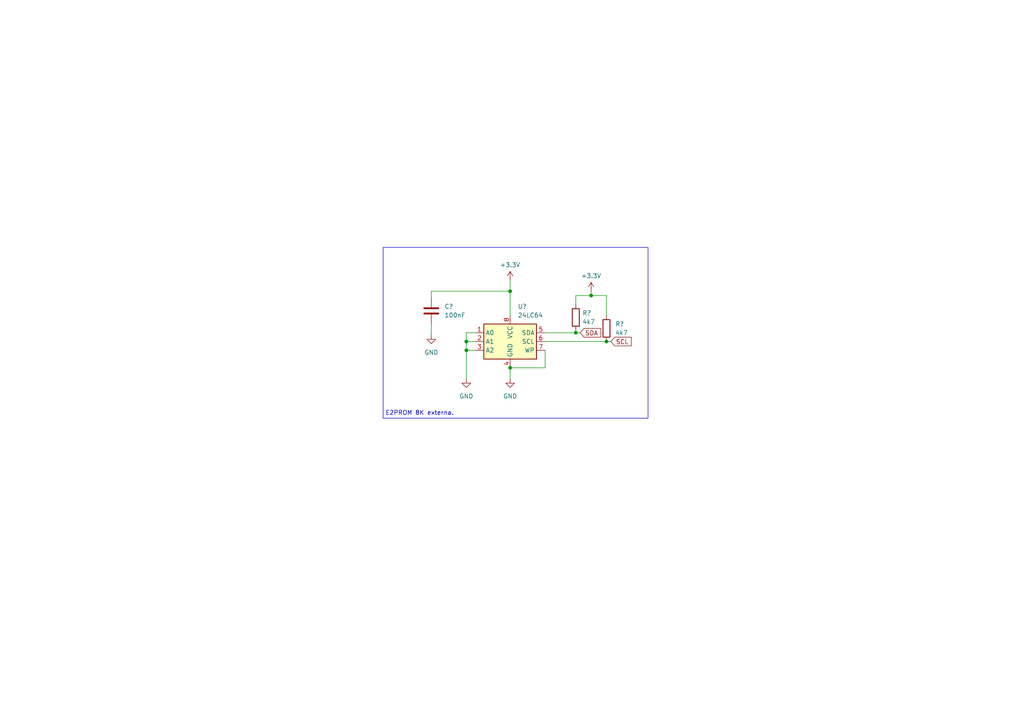
<source format=kicad_sch>
(kicad_sch (version 20230121) (generator eeschema)

  (uuid b52a582f-8449-4fc4-9129-0e95f82a6878)

  (paper "A4")

  (lib_symbols
    (symbol "Memory_EEPROM:24LC64" (in_bom yes) (on_board yes)
      (property "Reference" "U" (at -6.35 6.35 0)
        (effects (font (size 1.27 1.27)))
      )
      (property "Value" "24LC64" (at 1.27 6.35 0)
        (effects (font (size 1.27 1.27)) (justify left))
      )
      (property "Footprint" "" (at 0 0 0)
        (effects (font (size 1.27 1.27)) hide)
      )
      (property "Datasheet" "http://ww1.microchip.com/downloads/en/DeviceDoc/21189f.pdf" (at 0 0 0)
        (effects (font (size 1.27 1.27)) hide)
      )
      (property "ki_keywords" "I2C Serial EEPROM" (at 0 0 0)
        (effects (font (size 1.27 1.27)) hide)
      )
      (property "ki_description" "I2C Serial EEPROM, 64Kb, DIP-8/SOIC-8/TSSOP-8/DFN-8" (at 0 0 0)
        (effects (font (size 1.27 1.27)) hide)
      )
      (property "ki_fp_filters" "DIP*W7.62mm* SOIC*3.9x4.9mm* TSSOP*4.4x3mm*P0.65mm* DFN*3x2mm*P0.5mm*" (at 0 0 0)
        (effects (font (size 1.27 1.27)) hide)
      )
      (symbol "24LC64_1_1"
        (rectangle (start -7.62 5.08) (end 7.62 -5.08)
          (stroke (width 0.254) (type default))
          (fill (type background))
        )
        (pin input line (at -10.16 2.54 0) (length 2.54)
          (name "A0" (effects (font (size 1.27 1.27))))
          (number "1" (effects (font (size 1.27 1.27))))
        )
        (pin input line (at -10.16 0 0) (length 2.54)
          (name "A1" (effects (font (size 1.27 1.27))))
          (number "2" (effects (font (size 1.27 1.27))))
        )
        (pin input line (at -10.16 -2.54 0) (length 2.54)
          (name "A2" (effects (font (size 1.27 1.27))))
          (number "3" (effects (font (size 1.27 1.27))))
        )
        (pin power_in line (at 0 -7.62 90) (length 2.54)
          (name "GND" (effects (font (size 1.27 1.27))))
          (number "4" (effects (font (size 1.27 1.27))))
        )
        (pin bidirectional line (at 10.16 2.54 180) (length 2.54)
          (name "SDA" (effects (font (size 1.27 1.27))))
          (number "5" (effects (font (size 1.27 1.27))))
        )
        (pin input line (at 10.16 0 180) (length 2.54)
          (name "SCL" (effects (font (size 1.27 1.27))))
          (number "6" (effects (font (size 1.27 1.27))))
        )
        (pin input line (at 10.16 -2.54 180) (length 2.54)
          (name "WP" (effects (font (size 1.27 1.27))))
          (number "7" (effects (font (size 1.27 1.27))))
        )
        (pin power_in line (at 0 7.62 270) (length 2.54)
          (name "VCC" (effects (font (size 1.27 1.27))))
          (number "8" (effects (font (size 1.27 1.27))))
        )
      )
    )
    (symbol "PCM_Capacitor_AKL:C_0805" (pin_numbers hide) (pin_names (offset 0.254)) (in_bom yes) (on_board yes)
      (property "Reference" "C" (at 0.635 2.54 0)
        (effects (font (size 1.27 1.27)) (justify left))
      )
      (property "Value" "C_0805" (at 0.635 -2.54 0)
        (effects (font (size 1.27 1.27)) (justify left))
      )
      (property "Footprint" "Capacitor_SMD_AKL:C_0805_2012Metric" (at 0.9652 -3.81 0)
        (effects (font (size 1.27 1.27)) hide)
      )
      (property "Datasheet" "~" (at 0 0 0)
        (effects (font (size 1.27 1.27)) hide)
      )
      (property "ki_keywords" "cap capacitor ceramic chip mlcc smd 0805" (at 0 0 0)
        (effects (font (size 1.27 1.27)) hide)
      )
      (property "ki_description" "SMD 0805 MLCC capacitor, Alternate KiCad Library" (at 0 0 0)
        (effects (font (size 1.27 1.27)) hide)
      )
      (property "ki_fp_filters" "C_*" (at 0 0 0)
        (effects (font (size 1.27 1.27)) hide)
      )
      (symbol "C_0805_0_1"
        (polyline
          (pts
            (xy -2.032 -0.762)
            (xy 2.032 -0.762)
          )
          (stroke (width 0.508) (type default))
          (fill (type none))
        )
        (polyline
          (pts
            (xy -2.032 0.762)
            (xy 2.032 0.762)
          )
          (stroke (width 0.508) (type default))
          (fill (type none))
        )
      )
      (symbol "C_0805_1_1"
        (pin passive line (at 0 3.81 270) (length 2.794)
          (name "~" (effects (font (size 1.27 1.27))))
          (number "1" (effects (font (size 1.27 1.27))))
        )
        (pin passive line (at 0 -3.81 90) (length 2.794)
          (name "~" (effects (font (size 1.27 1.27))))
          (number "2" (effects (font (size 1.27 1.27))))
        )
      )
    )
    (symbol "PCM_Resistor_AKL:R_0805" (pin_numbers hide) (pin_names (offset 0)) (in_bom yes) (on_board yes)
      (property "Reference" "R" (at 2.54 1.27 0)
        (effects (font (size 1.27 1.27)) (justify left))
      )
      (property "Value" "R_0805" (at 2.54 -1.27 0)
        (effects (font (size 1.27 1.27)) (justify left))
      )
      (property "Footprint" "Resistor_SMD_AKL:R_0805_2012Metric" (at 0 -11.43 0)
        (effects (font (size 1.27 1.27)) hide)
      )
      (property "Datasheet" "~" (at 0 0 0)
        (effects (font (size 1.27 1.27)) hide)
      )
      (property "ki_keywords" "R res resistor eu  smd 0805" (at 0 0 0)
        (effects (font (size 1.27 1.27)) hide)
      )
      (property "ki_description" "SMD 0805 Chip Resistor, European Symbol, Alternate KiCad Library" (at 0 0 0)
        (effects (font (size 1.27 1.27)) hide)
      )
      (property "ki_fp_filters" "R_*" (at 0 0 0)
        (effects (font (size 1.27 1.27)) hide)
      )
      (symbol "R_0805_0_1"
        (rectangle (start -1.016 -2.54) (end 1.016 2.54)
          (stroke (width 0.254) (type default))
          (fill (type none))
        )
      )
      (symbol "R_0805_1_1"
        (pin passive line (at 0 3.81 270) (length 1.27)
          (name "~" (effects (font (size 1.27 1.27))))
          (number "1" (effects (font (size 1.27 1.27))))
        )
        (pin passive line (at 0 -3.81 90) (length 1.27)
          (name "~" (effects (font (size 1.27 1.27))))
          (number "2" (effects (font (size 1.27 1.27))))
        )
      )
    )
    (symbol "power:+3.3V" (power) (pin_names (offset 0)) (in_bom yes) (on_board yes)
      (property "Reference" "#PWR" (at 0 -3.81 0)
        (effects (font (size 1.27 1.27)) hide)
      )
      (property "Value" "+3.3V" (at 0 3.556 0)
        (effects (font (size 1.27 1.27)))
      )
      (property "Footprint" "" (at 0 0 0)
        (effects (font (size 1.27 1.27)) hide)
      )
      (property "Datasheet" "" (at 0 0 0)
        (effects (font (size 1.27 1.27)) hide)
      )
      (property "ki_keywords" "global power" (at 0 0 0)
        (effects (font (size 1.27 1.27)) hide)
      )
      (property "ki_description" "Power symbol creates a global label with name \"+3.3V\"" (at 0 0 0)
        (effects (font (size 1.27 1.27)) hide)
      )
      (symbol "+3.3V_0_1"
        (polyline
          (pts
            (xy -0.762 1.27)
            (xy 0 2.54)
          )
          (stroke (width 0) (type default))
          (fill (type none))
        )
        (polyline
          (pts
            (xy 0 0)
            (xy 0 2.54)
          )
          (stroke (width 0) (type default))
          (fill (type none))
        )
        (polyline
          (pts
            (xy 0 2.54)
            (xy 0.762 1.27)
          )
          (stroke (width 0) (type default))
          (fill (type none))
        )
      )
      (symbol "+3.3V_1_1"
        (pin power_in line (at 0 0 90) (length 0) hide
          (name "+3.3V" (effects (font (size 1.27 1.27))))
          (number "1" (effects (font (size 1.27 1.27))))
        )
      )
    )
    (symbol "power:GND" (power) (pin_names (offset 0)) (in_bom yes) (on_board yes)
      (property "Reference" "#PWR" (at 0 -6.35 0)
        (effects (font (size 1.27 1.27)) hide)
      )
      (property "Value" "GND" (at 0 -3.81 0)
        (effects (font (size 1.27 1.27)))
      )
      (property "Footprint" "" (at 0 0 0)
        (effects (font (size 1.27 1.27)) hide)
      )
      (property "Datasheet" "" (at 0 0 0)
        (effects (font (size 1.27 1.27)) hide)
      )
      (property "ki_keywords" "global power" (at 0 0 0)
        (effects (font (size 1.27 1.27)) hide)
      )
      (property "ki_description" "Power symbol creates a global label with name \"GND\" , ground" (at 0 0 0)
        (effects (font (size 1.27 1.27)) hide)
      )
      (symbol "GND_0_1"
        (polyline
          (pts
            (xy 0 0)
            (xy 0 -1.27)
            (xy 1.27 -1.27)
            (xy 0 -2.54)
            (xy -1.27 -1.27)
            (xy 0 -1.27)
          )
          (stroke (width 0) (type default))
          (fill (type none))
        )
      )
      (symbol "GND_1_1"
        (pin power_in line (at 0 0 270) (length 0) hide
          (name "GND" (effects (font (size 1.27 1.27))))
          (number "1" (effects (font (size 1.27 1.27))))
        )
      )
    )
  )

  (junction (at 147.955 84.455) (diameter 0) (color 0 0 0 0)
    (uuid 07fccd92-bb17-4e42-b2d8-c519e1bc2b7d)
  )
  (junction (at 175.895 99.06) (diameter 0) (color 0 0 0 0)
    (uuid 1b20add8-82ac-47c0-a3b7-8e7e046eab13)
  )
  (junction (at 147.955 106.68) (diameter 0) (color 0 0 0 0)
    (uuid 297d6757-bb6a-4a52-b1d8-ac5f0a879e6b)
  )
  (junction (at 167.005 96.52) (diameter 0) (color 0 0 0 0)
    (uuid 52c22f3e-0266-4c5c-96fc-00d0f746c8c8)
  )
  (junction (at 135.255 101.6) (diameter 0) (color 0 0 0 0)
    (uuid 88849397-4556-4761-a7ff-0d1e349e101b)
  )
  (junction (at 135.255 99.06) (diameter 0) (color 0 0 0 0)
    (uuid 99ef67b9-6bb1-42d7-a254-671b6e575ef4)
  )
  (junction (at 171.45 85.725) (diameter 0) (color 0 0 0 0)
    (uuid d4273c6b-ebdb-4346-9162-eb3824b58428)
  )

  (wire (pts (xy 175.895 99.06) (xy 177.165 99.06))
    (stroke (width 0) (type default))
    (uuid 1abe3f5d-9f5f-46ac-b171-c5cd4081da18)
  )
  (wire (pts (xy 167.005 96.52) (xy 168.275 96.52))
    (stroke (width 0) (type default))
    (uuid 2c39b490-9541-4fa9-a7a5-655b24a01d53)
  )
  (wire (pts (xy 135.255 96.52) (xy 135.255 99.06))
    (stroke (width 0) (type default))
    (uuid 2c4a3a10-9978-4a37-9022-28fe0db13f3c)
  )
  (wire (pts (xy 125.095 84.455) (xy 125.095 86.36))
    (stroke (width 0) (type default))
    (uuid 3be6c73b-c06e-4d3e-80d4-2ede09f9b60a)
  )
  (wire (pts (xy 147.955 84.455) (xy 125.095 84.455))
    (stroke (width 0) (type default))
    (uuid 40340b0d-589a-45d7-a02c-3053264e9279)
  )
  (wire (pts (xy 158.115 101.6) (xy 158.115 106.68))
    (stroke (width 0) (type default))
    (uuid 480fef35-3d68-4f58-bd5b-c2a9abc1998d)
  )
  (wire (pts (xy 147.955 81.28) (xy 147.955 84.455))
    (stroke (width 0) (type default))
    (uuid 4ee90594-133f-4b86-ad3d-dfd98f24e233)
  )
  (wire (pts (xy 158.115 106.68) (xy 147.955 106.68))
    (stroke (width 0) (type default))
    (uuid 54129b24-2254-4f75-bf92-0da6d71dede3)
  )
  (wire (pts (xy 135.255 99.06) (xy 135.255 101.6))
    (stroke (width 0) (type default))
    (uuid 56ef715d-569a-40b4-9d6e-694a8c86e91a)
  )
  (wire (pts (xy 147.955 84.455) (xy 147.955 91.44))
    (stroke (width 0) (type default))
    (uuid 596dd092-ff49-4539-a3be-0a1e0e29327f)
  )
  (wire (pts (xy 175.895 91.44) (xy 175.895 85.725))
    (stroke (width 0) (type default))
    (uuid 654e0ab9-c7f8-49b9-baf4-56361f1172c0)
  )
  (wire (pts (xy 135.255 101.6) (xy 137.795 101.6))
    (stroke (width 0) (type default))
    (uuid 72b35ed8-59cb-4a28-99d4-caad1ce857fe)
  )
  (wire (pts (xy 167.005 95.885) (xy 167.005 96.52))
    (stroke (width 0) (type default))
    (uuid 7c308308-1300-4e6a-9262-b19dd8df7117)
  )
  (wire (pts (xy 125.095 93.98) (xy 125.095 97.155))
    (stroke (width 0) (type default))
    (uuid 8da2f0a7-23d0-4206-973e-fa553a00ccef)
  )
  (wire (pts (xy 158.115 99.06) (xy 175.895 99.06))
    (stroke (width 0) (type default))
    (uuid 9b937538-a06f-4ae3-b3e7-4af4f6638016)
  )
  (wire (pts (xy 135.255 99.06) (xy 137.795 99.06))
    (stroke (width 0) (type default))
    (uuid a2331040-b986-4130-8681-30f9397d007f)
  )
  (wire (pts (xy 167.005 85.725) (xy 167.005 88.265))
    (stroke (width 0) (type default))
    (uuid a83013b2-e920-42c2-82e1-0cca673de63b)
  )
  (wire (pts (xy 137.795 96.52) (xy 135.255 96.52))
    (stroke (width 0) (type default))
    (uuid ab280c68-17e9-4f2b-b0d1-dac1c811f80f)
  )
  (wire (pts (xy 158.115 96.52) (xy 167.005 96.52))
    (stroke (width 0) (type default))
    (uuid ac34715d-261f-4750-b472-7e232cdbfc5a)
  )
  (wire (pts (xy 135.255 101.6) (xy 135.255 109.855))
    (stroke (width 0) (type default))
    (uuid b3f7d669-3ffc-424a-99c7-97a1bfe8be01)
  )
  (wire (pts (xy 171.45 84.455) (xy 171.45 85.725))
    (stroke (width 0) (type default))
    (uuid b5b63516-38de-4fbd-a44f-1fcf7ddea1b8)
  )
  (wire (pts (xy 167.005 85.725) (xy 171.45 85.725))
    (stroke (width 0) (type default))
    (uuid ba502d83-61b1-4f10-bb23-22077c0015eb)
  )
  (wire (pts (xy 147.955 106.68) (xy 147.955 109.855))
    (stroke (width 0) (type default))
    (uuid c0967e96-6d61-4986-ab6a-1f741bb9f5f4)
  )
  (wire (pts (xy 171.45 85.725) (xy 175.895 85.725))
    (stroke (width 0) (type default))
    (uuid d373fb65-0b96-427e-89c4-1ef8a6a542cc)
  )

  (rectangle (start 111.125 71.755) (end 187.96 121.285)
    (stroke (width 0) (type default))
    (fill (type none))
    (uuid 161259ec-c23f-4370-95d0-7f11c78da965)
  )

  (text "E2PROM 8K externa." (at 111.76 120.65 0)
    (effects (font (size 1.27 1.27)) (justify left bottom))
    (uuid 2d06df21-6e8b-4045-8016-1055b1fa6ae9)
  )

  (global_label "SCL" (shape input) (at 177.165 99.06 0) (fields_autoplaced)
    (effects (font (size 1.27 1.27)) (justify left))
    (uuid 5145c910-9578-403b-bb01-becdbe646cf2)
    (property "Intersheetrefs" "${INTERSHEET_REFS}" (at 183.6578 99.06 0)
      (effects (font (size 1.27 1.27)) (justify left) hide)
    )
  )
  (global_label "SDA" (shape input) (at 168.275 96.52 0) (fields_autoplaced)
    (effects (font (size 1.27 1.27)) (justify left))
    (uuid 7ca9802a-3bfa-4410-a0d3-fa36a3783c30)
    (property "Intersheetrefs" "${INTERSHEET_REFS}" (at 174.8283 96.52 0)
      (effects (font (size 1.27 1.27)) (justify left) hide)
    )
  )

  (symbol (lib_id "power:+3.3V") (at 171.45 84.455 0) (unit 1)
    (in_bom yes) (on_board yes) (dnp no) (fields_autoplaced)
    (uuid 31e8714a-c84b-497c-92e5-14791ad01894)
    (property "Reference" "#PWR?" (at 171.45 88.265 0)
      (effects (font (size 1.27 1.27)) hide)
    )
    (property "Value" "+3.3V" (at 171.45 80.01 0)
      (effects (font (size 1.27 1.27)))
    )
    (property "Footprint" "" (at 171.45 84.455 0)
      (effects (font (size 1.27 1.27)) hide)
    )
    (property "Datasheet" "" (at 171.45 84.455 0)
      (effects (font (size 1.27 1.27)) hide)
    )
    (pin "1" (uuid 4c00560f-9d5c-45e6-be91-b2b25ce1415a))
    (instances
      (project "CPU Stm32"
        (path "/0882ad57-6d26-4cfc-9dea-dd977232d729"
          (reference "#PWR?") (unit 1)
        )
        (path "/0882ad57-6d26-4cfc-9dea-dd977232d729/0597d64a-05e7-4109-81f0-978aa3e72d76"
          (reference "#PWR?") (unit 1)
        )
      )
      (project "CPU Stm32G431"
        (path "/4e4d72d5-dbdc-4a76-9ce2-f5a97f8267d2/0597d64a-05e7-4109-81f0-978aa3e72d76"
          (reference "#PWR025") (unit 1)
        )
      )
      (project "iSTF"
        (path "/79723a73-3554-4e03-b4e9-c3853a47663c/3718d74d-6fb2-43ce-9235-4ae9089da8aa"
          (reference "#PWR029") (unit 1)
        )
      )
      (project "E2P"
        (path "/d943081e-c457-4ec0-aa9a-e986d2a39b29"
          (reference "#PWR?") (unit 1)
        )
      )
    )
  )

  (symbol (lib_id "PCM_Resistor_AKL:R_0805") (at 167.005 92.075 180) (unit 1)
    (in_bom yes) (on_board yes) (dnp no) (fields_autoplaced)
    (uuid 387b382a-1b6a-4076-800d-8b23453dc843)
    (property "Reference" "R?" (at 168.91 90.805 0)
      (effects (font (size 1.27 1.27)) (justify right))
    )
    (property "Value" "4k7" (at 168.91 93.345 0)
      (effects (font (size 1.27 1.27)) (justify right))
    )
    (property "Footprint" "Resistor_SMD:R_0805_2012Metric_Pad1.20x1.40mm_HandSolder" (at 167.005 80.645 0)
      (effects (font (size 1.27 1.27)) hide)
    )
    (property "Datasheet" "~" (at 167.005 92.075 0)
      (effects (font (size 1.27 1.27)) hide)
    )
    (pin "1" (uuid 8ed18acf-d434-43e2-8d1b-d0cae939b9c3))
    (pin "2" (uuid d7e6a839-f64f-4b46-888b-a5b6e3b4e776))
    (instances
      (project "CPU Stm32"
        (path "/0882ad57-6d26-4cfc-9dea-dd977232d729"
          (reference "R?") (unit 1)
        )
        (path "/0882ad57-6d26-4cfc-9dea-dd977232d729/0597d64a-05e7-4109-81f0-978aa3e72d76"
          (reference "R?") (unit 1)
        )
      )
      (project "CPU Stm32G431"
        (path "/4e4d72d5-dbdc-4a76-9ce2-f5a97f8267d2/0597d64a-05e7-4109-81f0-978aa3e72d76"
          (reference "R4") (unit 1)
        )
      )
      (project "iSTF"
        (path "/79723a73-3554-4e03-b4e9-c3853a47663c/3718d74d-6fb2-43ce-9235-4ae9089da8aa"
          (reference "R12") (unit 1)
        )
      )
      (project "E2P"
        (path "/d943081e-c457-4ec0-aa9a-e986d2a39b29"
          (reference "R?") (unit 1)
        )
      )
    )
  )

  (symbol (lib_id "power:GND") (at 135.255 109.855 0) (unit 1)
    (in_bom yes) (on_board yes) (dnp no) (fields_autoplaced)
    (uuid 6dde89b5-435e-44ac-8276-9c23b2c9c46f)
    (property "Reference" "#PWR?" (at 135.255 116.205 0)
      (effects (font (size 1.27 1.27)) hide)
    )
    (property "Value" "GND" (at 135.255 114.935 0)
      (effects (font (size 1.27 1.27)))
    )
    (property "Footprint" "" (at 135.255 109.855 0)
      (effects (font (size 1.27 1.27)) hide)
    )
    (property "Datasheet" "" (at 135.255 109.855 0)
      (effects (font (size 1.27 1.27)) hide)
    )
    (pin "1" (uuid 123ad917-f626-4d1b-bf23-cc5d38047825))
    (instances
      (project "CPU Stm32"
        (path "/0882ad57-6d26-4cfc-9dea-dd977232d729"
          (reference "#PWR?") (unit 1)
        )
        (path "/0882ad57-6d26-4cfc-9dea-dd977232d729/0597d64a-05e7-4109-81f0-978aa3e72d76"
          (reference "#PWR?") (unit 1)
        )
      )
      (project "CPU Stm32G431"
        (path "/4e4d72d5-dbdc-4a76-9ce2-f5a97f8267d2/0597d64a-05e7-4109-81f0-978aa3e72d76"
          (reference "#PWR022") (unit 1)
        )
      )
      (project "iSTF"
        (path "/79723a73-3554-4e03-b4e9-c3853a47663c/3718d74d-6fb2-43ce-9235-4ae9089da8aa"
          (reference "#PWR026") (unit 1)
        )
      )
      (project "E2P"
        (path "/d943081e-c457-4ec0-aa9a-e986d2a39b29"
          (reference "#PWR?") (unit 1)
        )
      )
    )
  )

  (symbol (lib_id "power:+3.3V") (at 147.955 81.28 0) (unit 1)
    (in_bom yes) (on_board yes) (dnp no) (fields_autoplaced)
    (uuid 7170edae-109f-443e-ac54-fe01380dffce)
    (property "Reference" "#PWR?" (at 147.955 85.09 0)
      (effects (font (size 1.27 1.27)) hide)
    )
    (property "Value" "+3.3V" (at 147.955 76.835 0)
      (effects (font (size 1.27 1.27)))
    )
    (property "Footprint" "" (at 147.955 81.28 0)
      (effects (font (size 1.27 1.27)) hide)
    )
    (property "Datasheet" "" (at 147.955 81.28 0)
      (effects (font (size 1.27 1.27)) hide)
    )
    (pin "1" (uuid 6d7c95d7-28d1-45ab-a258-83e9cb2f48e1))
    (instances
      (project "CPU Stm32"
        (path "/0882ad57-6d26-4cfc-9dea-dd977232d729"
          (reference "#PWR?") (unit 1)
        )
        (path "/0882ad57-6d26-4cfc-9dea-dd977232d729/0597d64a-05e7-4109-81f0-978aa3e72d76"
          (reference "#PWR?") (unit 1)
        )
      )
      (project "CPU Stm32G431"
        (path "/4e4d72d5-dbdc-4a76-9ce2-f5a97f8267d2/0597d64a-05e7-4109-81f0-978aa3e72d76"
          (reference "#PWR023") (unit 1)
        )
      )
      (project "iSTF"
        (path "/79723a73-3554-4e03-b4e9-c3853a47663c/3718d74d-6fb2-43ce-9235-4ae9089da8aa"
          (reference "#PWR027") (unit 1)
        )
      )
      (project "E2P"
        (path "/d943081e-c457-4ec0-aa9a-e986d2a39b29"
          (reference "#PWR?") (unit 1)
        )
      )
    )
  )

  (symbol (lib_id "Memory_EEPROM:24LC64") (at 147.955 99.06 0) (unit 1)
    (in_bom yes) (on_board yes) (dnp no)
    (uuid 8daa5e46-58c8-4328-87f1-d603c377c7eb)
    (property "Reference" "U?" (at 150.1491 88.9 0)
      (effects (font (size 1.27 1.27)) (justify left))
    )
    (property "Value" "24LC64" (at 150.1491 91.44 0)
      (effects (font (size 1.27 1.27)) (justify left))
    )
    (property "Footprint" "Package_SO:SOIC-8_3.9x4.9mm_P1.27mm" (at 147.955 99.06 0)
      (effects (font (size 1.27 1.27)) hide)
    )
    (property "Datasheet" "http://ww1.microchip.com/downloads/en/DeviceDoc/21189f.pdf" (at 147.955 99.06 0)
      (effects (font (size 1.27 1.27)) hide)
    )
    (pin "1" (uuid 8bbd8350-48dd-4d63-893e-d02c25180255))
    (pin "2" (uuid 8ee41de5-79fe-4a31-bbed-f4e8f1ae96f0))
    (pin "3" (uuid e9d90f12-8496-4059-b3c0-14ee37cf43cb))
    (pin "4" (uuid 903bd2f9-fb5b-4c22-b431-6159b24de89a))
    (pin "5" (uuid a11d3d4e-c5e4-4901-acaa-dafd68f921f3))
    (pin "6" (uuid 0ea2ffd5-5e25-46bb-b571-74c44c9849b6))
    (pin "7" (uuid e57b7b22-34b2-4e40-9605-55d6bca697d9))
    (pin "8" (uuid 7c14375b-97fd-4021-8ce7-41c26e0f02f7))
    (instances
      (project "CPU Stm32"
        (path "/0882ad57-6d26-4cfc-9dea-dd977232d729"
          (reference "U?") (unit 1)
        )
        (path "/0882ad57-6d26-4cfc-9dea-dd977232d729/0597d64a-05e7-4109-81f0-978aa3e72d76"
          (reference "U?") (unit 1)
        )
      )
      (project "CPU Stm32G431"
        (path "/4e4d72d5-dbdc-4a76-9ce2-f5a97f8267d2/0597d64a-05e7-4109-81f0-978aa3e72d76"
          (reference "U3") (unit 1)
        )
      )
      (project "iSTF"
        (path "/79723a73-3554-4e03-b4e9-c3853a47663c/3718d74d-6fb2-43ce-9235-4ae9089da8aa"
          (reference "U1") (unit 1)
        )
      )
      (project "E2P"
        (path "/d943081e-c457-4ec0-aa9a-e986d2a39b29"
          (reference "U?") (unit 1)
        )
      )
    )
  )

  (symbol (lib_id "power:GND") (at 125.095 97.155 0) (unit 1)
    (in_bom yes) (on_board yes) (dnp no) (fields_autoplaced)
    (uuid ad35cbb5-3747-4264-8e51-0feb5a545039)
    (property "Reference" "#PWR?" (at 125.095 103.505 0)
      (effects (font (size 1.27 1.27)) hide)
    )
    (property "Value" "GND" (at 125.095 102.235 0)
      (effects (font (size 1.27 1.27)))
    )
    (property "Footprint" "" (at 125.095 97.155 0)
      (effects (font (size 1.27 1.27)) hide)
    )
    (property "Datasheet" "" (at 125.095 97.155 0)
      (effects (font (size 1.27 1.27)) hide)
    )
    (pin "1" (uuid f6b52943-d761-4b14-8899-c69524f21f40))
    (instances
      (project "CPU Stm32"
        (path "/0882ad57-6d26-4cfc-9dea-dd977232d729"
          (reference "#PWR?") (unit 1)
        )
        (path "/0882ad57-6d26-4cfc-9dea-dd977232d729/0597d64a-05e7-4109-81f0-978aa3e72d76"
          (reference "#PWR?") (unit 1)
        )
      )
      (project "CPU Stm32G431"
        (path "/4e4d72d5-dbdc-4a76-9ce2-f5a97f8267d2/0597d64a-05e7-4109-81f0-978aa3e72d76"
          (reference "#PWR021") (unit 1)
        )
      )
      (project "iSTF"
        (path "/79723a73-3554-4e03-b4e9-c3853a47663c/3718d74d-6fb2-43ce-9235-4ae9089da8aa"
          (reference "#PWR025") (unit 1)
        )
      )
      (project "E2P"
        (path "/d943081e-c457-4ec0-aa9a-e986d2a39b29"
          (reference "#PWR?") (unit 1)
        )
      )
    )
  )

  (symbol (lib_id "power:GND") (at 147.955 109.855 0) (unit 1)
    (in_bom yes) (on_board yes) (dnp no) (fields_autoplaced)
    (uuid bff82599-e474-4a83-95eb-9ddbf59d8491)
    (property "Reference" "#PWR?" (at 147.955 116.205 0)
      (effects (font (size 1.27 1.27)) hide)
    )
    (property "Value" "GND" (at 147.955 114.935 0)
      (effects (font (size 1.27 1.27)))
    )
    (property "Footprint" "" (at 147.955 109.855 0)
      (effects (font (size 1.27 1.27)) hide)
    )
    (property "Datasheet" "" (at 147.955 109.855 0)
      (effects (font (size 1.27 1.27)) hide)
    )
    (pin "1" (uuid f8ac5336-c586-4fbd-af06-17af87c8b8cd))
    (instances
      (project "CPU Stm32"
        (path "/0882ad57-6d26-4cfc-9dea-dd977232d729"
          (reference "#PWR?") (unit 1)
        )
        (path "/0882ad57-6d26-4cfc-9dea-dd977232d729/0597d64a-05e7-4109-81f0-978aa3e72d76"
          (reference "#PWR?") (unit 1)
        )
      )
      (project "CPU Stm32G431"
        (path "/4e4d72d5-dbdc-4a76-9ce2-f5a97f8267d2/0597d64a-05e7-4109-81f0-978aa3e72d76"
          (reference "#PWR024") (unit 1)
        )
      )
      (project "iSTF"
        (path "/79723a73-3554-4e03-b4e9-c3853a47663c/3718d74d-6fb2-43ce-9235-4ae9089da8aa"
          (reference "#PWR028") (unit 1)
        )
      )
      (project "E2P"
        (path "/d943081e-c457-4ec0-aa9a-e986d2a39b29"
          (reference "#PWR?") (unit 1)
        )
      )
    )
  )

  (symbol (lib_id "PCM_Resistor_AKL:R_0805") (at 175.895 95.25 180) (unit 1)
    (in_bom yes) (on_board yes) (dnp no) (fields_autoplaced)
    (uuid c70c042f-322d-4ed2-97f9-fd852159af28)
    (property "Reference" "R?" (at 178.435 93.98 0)
      (effects (font (size 1.27 1.27)) (justify right))
    )
    (property "Value" "4k7" (at 178.435 96.52 0)
      (effects (font (size 1.27 1.27)) (justify right))
    )
    (property "Footprint" "Resistor_SMD:R_0805_2012Metric_Pad1.20x1.40mm_HandSolder" (at 175.895 83.82 0)
      (effects (font (size 1.27 1.27)) hide)
    )
    (property "Datasheet" "~" (at 175.895 95.25 0)
      (effects (font (size 1.27 1.27)) hide)
    )
    (pin "1" (uuid 4b85b513-8a8d-40b0-a99c-bcb816e39b17))
    (pin "2" (uuid 9b3bd4f1-ced3-4e13-ad1a-46cc2c891946))
    (instances
      (project "CPU Stm32"
        (path "/0882ad57-6d26-4cfc-9dea-dd977232d729"
          (reference "R?") (unit 1)
        )
        (path "/0882ad57-6d26-4cfc-9dea-dd977232d729/0597d64a-05e7-4109-81f0-978aa3e72d76"
          (reference "R?") (unit 1)
        )
      )
      (project "CPU Stm32G431"
        (path "/4e4d72d5-dbdc-4a76-9ce2-f5a97f8267d2/0597d64a-05e7-4109-81f0-978aa3e72d76"
          (reference "R5") (unit 1)
        )
      )
      (project "iSTF"
        (path "/79723a73-3554-4e03-b4e9-c3853a47663c/3718d74d-6fb2-43ce-9235-4ae9089da8aa"
          (reference "R13") (unit 1)
        )
      )
      (project "E2P"
        (path "/d943081e-c457-4ec0-aa9a-e986d2a39b29"
          (reference "R?") (unit 1)
        )
      )
    )
  )

  (symbol (lib_id "PCM_Capacitor_AKL:C_0805") (at 125.095 90.17 180) (unit 1)
    (in_bom yes) (on_board yes) (dnp no) (fields_autoplaced)
    (uuid cc1bbd18-b02c-4a69-9ed1-fc463959af34)
    (property "Reference" "C?" (at 128.905 88.9 0)
      (effects (font (size 1.27 1.27)) (justify right))
    )
    (property "Value" "100nF" (at 128.905 91.44 0)
      (effects (font (size 1.27 1.27)) (justify right))
    )
    (property "Footprint" "Capacitor_SMD:C_0805_2012Metric_Pad1.18x1.45mm_HandSolder" (at 124.1298 86.36 0)
      (effects (font (size 1.27 1.27)) hide)
    )
    (property "Datasheet" "~" (at 125.095 90.17 0)
      (effects (font (size 1.27 1.27)) hide)
    )
    (pin "1" (uuid e68d1873-d14c-4ce8-878a-af88ddc6a2e6))
    (pin "2" (uuid 210b1a67-2553-4d91-bf37-33f2ee6ed11f))
    (instances
      (project "CPU Stm32"
        (path "/0882ad57-6d26-4cfc-9dea-dd977232d729"
          (reference "C?") (unit 1)
        )
        (path "/0882ad57-6d26-4cfc-9dea-dd977232d729/0597d64a-05e7-4109-81f0-978aa3e72d76"
          (reference "C?") (unit 1)
        )
      )
      (project "CPU Stm32G431"
        (path "/4e4d72d5-dbdc-4a76-9ce2-f5a97f8267d2/0597d64a-05e7-4109-81f0-978aa3e72d76"
          (reference "C17") (unit 1)
        )
      )
      (project "iSTF"
        (path "/79723a73-3554-4e03-b4e9-c3853a47663c/3718d74d-6fb2-43ce-9235-4ae9089da8aa"
          (reference "C20") (unit 1)
        )
      )
      (project "E2P"
        (path "/d943081e-c457-4ec0-aa9a-e986d2a39b29"
          (reference "C?") (unit 1)
        )
      )
    )
  )
)

</source>
